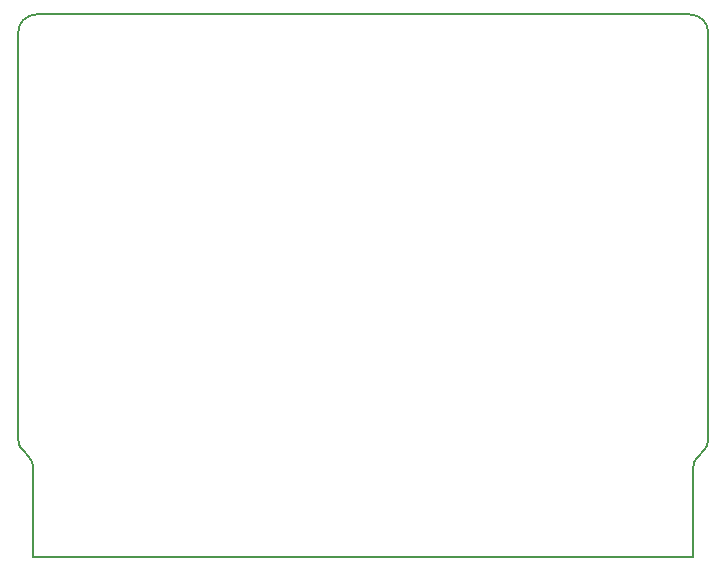
<source format=gm1>
G04 #@! TF.GenerationSoftware,KiCad,Pcbnew,(5.1.10-1-10_14)*
G04 #@! TF.CreationDate,2021-11-16T23:45:20-05:00*
G04 #@! TF.ProjectId,MacClassicRAMCard,4d616343-6c61-4737-9369-6352414d4361,rev?*
G04 #@! TF.SameCoordinates,Original*
G04 #@! TF.FileFunction,Profile,NP*
%FSLAX46Y46*%
G04 Gerber Fmt 4.6, Leading zero omitted, Abs format (unit mm)*
G04 Created by KiCad (PCBNEW (5.1.10-1-10_14)) date 2021-11-16 23:45:20*
%MOMM*%
%LPD*%
G01*
G04 APERTURE LIST*
G04 #@! TA.AperFunction,Profile*
%ADD10C,0.150000*%
G04 #@! TD*
G04 APERTURE END LIST*
D10*
X148590000Y-127254000D02*
X148590000Y-134874000D01*
X148961974Y-126355974D02*
G75*
G03*
X148590000Y-127254000I898026J-898026D01*
G01*
X149488026Y-125802526D02*
X148961974Y-126355974D01*
X149488026Y-125802526D02*
G75*
G03*
X149860000Y-124904500I-898026J898026D01*
G01*
X92710000Y-127254000D02*
X92710000Y-134874000D01*
X91811974Y-125802526D02*
X92338026Y-126355974D01*
X92338026Y-126355974D02*
G75*
G02*
X92710000Y-127254000I-898026J-898026D01*
G01*
X91811974Y-125802526D02*
G75*
G02*
X91440000Y-124904500I898026J898026D01*
G01*
X91440000Y-90424000D02*
G75*
G02*
X92964000Y-88900000I1524000J0D01*
G01*
X148336000Y-88900000D02*
G75*
G02*
X149860000Y-90424000I0J-1524000D01*
G01*
X148336000Y-88900000D02*
X92964000Y-88900000D01*
X149860000Y-124904500D02*
X149860000Y-90424000D01*
X92710000Y-134874000D02*
X148590000Y-134874000D01*
X91440000Y-90424000D02*
X91440000Y-124904500D01*
M02*

</source>
